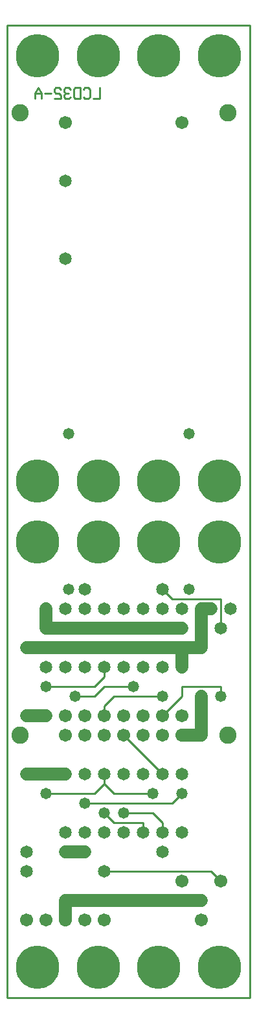
<source format=gbl>
%MOIN*%
%FSLAX25Y25*%
G04 D10 used for Character Trace; *
G04     Circle (OD=.01000) (No hole)*
G04 D11 used for Power Trace; *
G04     Circle (OD=.06700) (No hole)*
G04 D12 used for Signal Trace; *
G04     Circle (OD=.01100) (No hole)*
G04 D13 used for Via; *
G04     Circle (OD=.05800) (Round. Hole ID=.02800)*
G04 D14 used for Component hole; *
G04     Circle (OD=.06500) (Round. Hole ID=.03500)*
G04 D15 used for Component hole; *
G04     Circle (OD=.06700) (Round. Hole ID=.04300)*
G04 D16 used for Component hole; *
G04     Circle (OD=.08100) (Round. Hole ID=.05100)*
G04 D17 used for Component hole; *
G04     Circle (OD=.08900) (Round. Hole ID=.05900)*
G04 D18 used for Component hole; *
G04     Circle (OD=.11300) (Round. Hole ID=.08300)*
G04 D19 used for Component hole; *
G04     Circle (OD=.16000) (Round. Hole ID=.13000)*
G04 D20 used for Component hole; *
G04     Circle (OD=.18300) (Round. Hole ID=.15300)*
G04 D21 used for Component hole; *
G04     Circle (OD=.22291) (Round. Hole ID=.19291)*
%ADD10C,.01000*%
%ADD11C,.06700*%
%ADD12C,.01100*%
%ADD13C,.05800*%
%ADD14C,.06500*%
%ADD15C,.06700*%
%ADD16C,.08100*%
%ADD17C,.08900*%
%ADD18C,.11300*%
%ADD19C,.16000*%
%ADD20C,.18300*%
%ADD21C,.22291*%
%IPPOS*%
%LPD*%
G90*X0Y0D02*D21*X15625Y15625D03*D15*              
X40000Y40000D03*X30000D03*D11*Y50000D01*          
X100000D01*D13*D03*D15*X110000Y60000D03*D12*      
X105000Y65000D01*X50000D01*D14*D03*               
X40000Y75000D03*D11*X30000D01*D14*D03*            
X40000Y85000D03*X30000D03*D13*X50000Y95000D03*D12*
X55000Y90000D01*X70000D01*Y85000D01*D14*D03*      
X80000Y75000D03*D13*X60000Y95000D03*D12*X75000D01*
X80000Y90000D01*Y85000D01*D14*D03*X90000D03*D12*  
X40000Y100000D02*X85000D01*D13*X40000D03*D12*     
X20000Y105000D02*X45000D01*D13*X20000D03*D14*     
X30000Y115000D03*D11*X20000D01*D13*D03*D11*       
X10000D01*D13*D03*D15*X30000Y135000D03*D17*       
X6500D03*D15*X40000Y145000D03*X30000D03*D13*      
X20000D03*D11*X10000D01*D13*D03*X20000Y160000D03* 
D12*X45000D01*X50000Y165000D01*Y170000D01*D14*D03*
X60000D03*X40000D03*D12*X45000Y155000D02*         
X50000Y160000D01*X35000Y155000D02*X45000D01*D13*  
X35000D03*D14*X20000Y170000D03*D15*               
X50000Y145000D03*D12*Y150000D01*X55000Y155000D01* 
X80000D01*D13*D03*D15*X90000Y145000D03*X70000D03* 
D12*X80000D02*X90000Y155000D01*D15*               
X80000Y145000D03*X90000Y135000D03*D11*X100000D01* 
D13*D03*D11*Y155000D01*D13*D03*D12*X90000D02*     
Y160000D01*X110000D01*Y155000D01*D13*D03*D14*     
X90000Y170000D03*D11*Y180000D01*X10000D01*D13*D03*
D11*X20000Y190000D02*X90000D01*D13*D03*D11*       
Y180000D02*X100000D01*D14*X80000Y170000D03*D11*   
X100000Y180000D02*Y200000D01*X105000D01*D14*D03*  
D12*X110000Y190000D02*Y205000D01*D14*Y190000D03*  
X115000Y200000D03*D12*X85000Y205000D02*X110000D01*
X85000D02*X80000Y210000D01*D14*D03*               
X90000Y200000D03*X70000D03*D13*X93700Y210000D03*  
D14*X80000Y200000D03*X60000D03*D21*               
X78125Y234375D03*D14*X50000Y200000D03*D21*        
X109375Y234375D03*X46875D03*D14*X70000Y170000D03* 
X40000Y210000D03*Y200000D03*D12*X50000Y160000D02* 
X65000D01*D13*D03*D15*X60000Y145000D03*           
X40000Y135000D03*X50000D03*X60000D03*D12*         
X80000Y115000D01*D14*D03*D13*X90000Y105000D03*D12*
X85000Y100000D01*D13*X75000Y105000D03*D12*        
X55000D01*X50000Y110000D01*X45000Y105000D01*      
X50000Y110000D02*Y115000D01*D14*D03*X60000D03*    
X40000D03*D15*X70000Y135000D03*D14*Y115000D03*    
X50000Y85000D03*X60000D03*D15*X80000Y135000D03*   
D14*X10000Y75000D03*X90000Y115000D03*             
X10000Y65000D03*X30000Y170000D03*D15*             
X90000Y60000D03*D17*X113500Y135000D03*D15*        
X10000Y40000D03*X20000D03*X50000D03*D11*          
X20000Y190000D02*Y200000D01*D14*D03*D13*          
X31500Y210000D03*D14*X30000Y200000D03*D21*        
X15625Y234375D03*X78125Y265625D03*X46875D03*      
X15625D03*D13*X93700Y290000D03*X31500D03*D21*     
X109375Y265625D03*D15*X100000Y40000D03*D14*       
X30000Y380000D03*D21*X46875Y15625D03*X78125D03*   
X109375D03*D12*X0Y0D02*X125000D01*Y500000D01*     
X0D01*Y0D01*D14*X30000Y420000D03*D15*             
X90000Y450000D03*X30000D03*D17*X113500Y455000D03* 
X6500D03*D10*X47511Y467871D02*Y462129D01*         
X44163D01*X39163Y463086D02*X40000Y462129D01*      
X41674D01*X42511Y463086D01*Y466914D01*            
X41674Y467871D01*X40000D01*X39163Y466914D01*      
X37511Y462129D02*Y467871D01*X35000D01*            
X34163Y466914D01*Y463086D01*X35000Y462129D01*     
X37511D01*X32511Y466914D02*X31674Y467871D01*      
X30000D01*X29163Y466914D01*Y465957D01*            
X30000Y465000D01*X31674D01*X30000D02*             
X29163Y464043D01*Y463086D01*X30000Y462129D01*     
X31674D01*X32511Y463086D01*X27511Y466914D02*      
X26674Y467871D01*X25000D01*X24163Y466914D01*      
Y465957D01*X25000Y465000D01*X26674D01*            
X27511Y464043D01*Y462129D01*X24163D01*            
X22511Y465000D02*X19163D01*X17511Y462129D02*      
Y465000D01*X15837Y467871D01*X14163Y465000D01*     
Y462129D01*X17511Y465000D02*X14163D01*D21*        
X109375Y484375D03*X78125D03*X46875D03*X15625D03*  
M02*                                              

</source>
